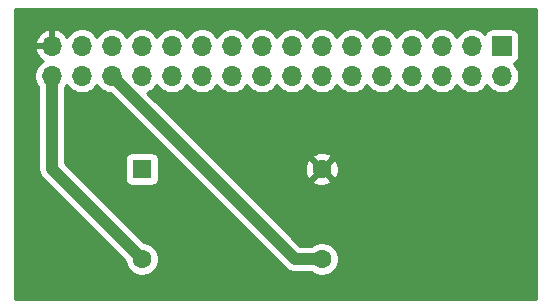
<source format=gbr>
%TF.GenerationSoftware,KiCad,Pcbnew,(5.1.6)-1*%
%TF.CreationDate,2021-02-24T14:20:05-05:00*%
%TF.ProjectId,Super EGA-120,53757065-7220-4454-9741-2d3132302e6b,rev?*%
%TF.SameCoordinates,Original*%
%TF.FileFunction,Copper,L1,Top*%
%TF.FilePolarity,Positive*%
%FSLAX46Y46*%
G04 Gerber Fmt 4.6, Leading zero omitted, Abs format (unit mm)*
G04 Created by KiCad (PCBNEW (5.1.6)-1) date 2021-02-24 14:20:05*
%MOMM*%
%LPD*%
G01*
G04 APERTURE LIST*
%TA.AperFunction,ComponentPad*%
%ADD10O,1.700000X1.700000*%
%TD*%
%TA.AperFunction,ComponentPad*%
%ADD11R,1.700000X1.700000*%
%TD*%
%TA.AperFunction,ComponentPad*%
%ADD12R,1.600000X1.600000*%
%TD*%
%TA.AperFunction,ComponentPad*%
%ADD13C,1.600000*%
%TD*%
%TA.AperFunction,Conductor*%
%ADD14C,1.000000*%
%TD*%
%TA.AperFunction,Conductor*%
%ADD15C,0.254000*%
%TD*%
G04 APERTURE END LIST*
D10*
%TO.P,J1,2*%
%TO.N,Net-(J1-Pad2)*%
X165862000Y-89662000D03*
D11*
%TO.P,J1,1*%
%TO.N,Net-(J1-Pad1)*%
X165862000Y-87122000D03*
D10*
%TO.P,J1,4*%
%TO.N,Net-(J1-Pad4)*%
X163322000Y-89662000D03*
%TO.P,J1,3*%
%TO.N,Net-(J1-Pad3)*%
X163322000Y-87122000D03*
%TO.P,J1,6*%
%TO.N,Net-(J1-Pad6)*%
X160782000Y-89662000D03*
%TO.P,J1,5*%
%TO.N,Net-(J1-Pad5)*%
X160782000Y-87122000D03*
%TO.P,J1,8*%
%TO.N,Net-(J1-Pad8)*%
X158242000Y-89662000D03*
%TO.P,J1,7*%
%TO.N,Net-(J1-Pad7)*%
X158242000Y-87122000D03*
%TO.P,J1,10*%
%TO.N,Net-(J1-Pad10)*%
X155702000Y-89662000D03*
%TO.P,J1,9*%
%TO.N,Net-(J1-Pad9)*%
X155702000Y-87122000D03*
%TO.P,J1,12*%
%TO.N,Net-(J1-Pad12)*%
X153162000Y-89662000D03*
%TO.P,J1,11*%
%TO.N,Net-(J1-Pad11)*%
X153162000Y-87122000D03*
%TO.P,J1,14*%
%TO.N,Net-(J1-Pad14)*%
X150622000Y-89662000D03*
%TO.P,J1,13*%
%TO.N,Net-(J1-Pad13)*%
X150622000Y-87122000D03*
%TO.P,J1,16*%
%TO.N,Net-(J1-Pad16)*%
X148082000Y-89662000D03*
%TO.P,J1,15*%
%TO.N,Net-(J1-Pad15)*%
X148082000Y-87122000D03*
%TO.P,J1,18*%
%TO.N,Net-(J1-Pad18)*%
X145542000Y-89662000D03*
%TO.P,J1,17*%
%TO.N,Net-(J1-Pad17)*%
X145542000Y-87122000D03*
%TO.P,J1,20*%
%TO.N,Net-(J1-Pad20)*%
X143002000Y-89662000D03*
%TO.P,J1,19*%
%TO.N,Net-(J1-Pad19)*%
X143002000Y-87122000D03*
%TO.P,J1,22*%
%TO.N,Net-(J1-Pad22)*%
X140462000Y-89662000D03*
%TO.P,J1,21*%
%TO.N,Net-(J1-Pad21)*%
X140462000Y-87122000D03*
%TO.P,J1,24*%
%TO.N,Net-(J1-Pad24)*%
X137922000Y-89662000D03*
%TO.P,J1,23*%
%TO.N,Net-(J1-Pad23)*%
X137922000Y-87122000D03*
%TO.P,J1,26*%
%TO.N,Net-(J1-Pad26)*%
X135382000Y-89662000D03*
%TO.P,J1,25*%
%TO.N,Net-(J1-Pad25)*%
X135382000Y-87122000D03*
%TO.P,J1,28*%
%TO.N,Net-(J1-Pad28)*%
X132842000Y-89662000D03*
%TO.P,J1,27*%
%TO.N,Net-(J1-Pad27)*%
X132842000Y-87122000D03*
%TO.P,J1,30*%
%TO.N,Net-(J1-Pad30)*%
X130302000Y-89662000D03*
%TO.P,J1,29*%
%TO.N,Net-(J1-Pad29)*%
X130302000Y-87122000D03*
%TO.P,J1,32*%
%TO.N,Net-(J1-Pad32)*%
X127762000Y-89662000D03*
%TO.P,J1,31*%
%TO.N,Net-(J1-Pad31)*%
X127762000Y-87122000D03*
%TD*%
D12*
%TO.P,X1,1*%
%TO.N,Net-(X1-Pad1)*%
X135382000Y-97536000D03*
D13*
%TO.P,X1,14*%
%TO.N,Net-(J1-Pad32)*%
X135382000Y-105156000D03*
%TO.P,X1,8*%
%TO.N,Net-(J1-Pad28)*%
X150622000Y-105156000D03*
%TO.P,X1,7*%
%TO.N,Net-(J1-Pad31)*%
X150622000Y-97536000D03*
%TD*%
D14*
%TO.N,Net-(J1-Pad28)*%
X148336000Y-105156000D02*
X132842000Y-89662000D01*
X150622000Y-105156000D02*
X148336000Y-105156000D01*
%TO.N,Net-(J1-Pad32)*%
X127762000Y-97536000D02*
X127762000Y-89662000D01*
X135382000Y-105156000D02*
X127762000Y-97536000D01*
%TD*%
D15*
%TO.N,Net-(J1-Pad31)*%
G36*
X168758001Y-108560000D02*
G01*
X124612000Y-108560000D01*
X124612000Y-89515740D01*
X126277000Y-89515740D01*
X126277000Y-89808260D01*
X126334068Y-90095158D01*
X126446010Y-90365411D01*
X126608525Y-90608632D01*
X126627001Y-90627108D01*
X126627000Y-97480248D01*
X126621509Y-97536000D01*
X126627000Y-97591751D01*
X126643423Y-97758498D01*
X126708324Y-97972446D01*
X126813716Y-98169623D01*
X126955551Y-98342449D01*
X126998865Y-98377996D01*
X133954150Y-105333282D01*
X134002147Y-105574574D01*
X134110320Y-105835727D01*
X134267363Y-106070759D01*
X134467241Y-106270637D01*
X134702273Y-106427680D01*
X134963426Y-106535853D01*
X135240665Y-106591000D01*
X135523335Y-106591000D01*
X135800574Y-106535853D01*
X136061727Y-106427680D01*
X136296759Y-106270637D01*
X136496637Y-106070759D01*
X136653680Y-105835727D01*
X136761853Y-105574574D01*
X136817000Y-105297335D01*
X136817000Y-105014665D01*
X136761853Y-104737426D01*
X136653680Y-104476273D01*
X136496637Y-104241241D01*
X136296759Y-104041363D01*
X136061727Y-103884320D01*
X135800574Y-103776147D01*
X135559282Y-103728150D01*
X128897000Y-97065869D01*
X128897000Y-96736000D01*
X133943928Y-96736000D01*
X133943928Y-98336000D01*
X133956188Y-98460482D01*
X133992498Y-98580180D01*
X134051463Y-98690494D01*
X134130815Y-98787185D01*
X134227506Y-98866537D01*
X134337820Y-98925502D01*
X134457518Y-98961812D01*
X134582000Y-98974072D01*
X136182000Y-98974072D01*
X136306482Y-98961812D01*
X136426180Y-98925502D01*
X136536494Y-98866537D01*
X136633185Y-98787185D01*
X136712537Y-98690494D01*
X136771502Y-98580180D01*
X136807812Y-98460482D01*
X136820072Y-98336000D01*
X136820072Y-96736000D01*
X136807812Y-96611518D01*
X136771502Y-96491820D01*
X136712537Y-96381506D01*
X136633185Y-96284815D01*
X136536494Y-96205463D01*
X136426180Y-96146498D01*
X136306482Y-96110188D01*
X136182000Y-96097928D01*
X134582000Y-96097928D01*
X134457518Y-96110188D01*
X134337820Y-96146498D01*
X134227506Y-96205463D01*
X134130815Y-96284815D01*
X134051463Y-96381506D01*
X133992498Y-96491820D01*
X133956188Y-96611518D01*
X133943928Y-96736000D01*
X128897000Y-96736000D01*
X128897000Y-90627107D01*
X128915475Y-90608632D01*
X129032000Y-90434240D01*
X129148525Y-90608632D01*
X129355368Y-90815475D01*
X129598589Y-90977990D01*
X129868842Y-91089932D01*
X130155740Y-91147000D01*
X130448260Y-91147000D01*
X130735158Y-91089932D01*
X131005411Y-90977990D01*
X131248632Y-90815475D01*
X131455475Y-90608632D01*
X131572000Y-90434240D01*
X131688525Y-90608632D01*
X131895368Y-90815475D01*
X132138589Y-90977990D01*
X132408842Y-91089932D01*
X132695740Y-91147000D01*
X132721869Y-91147000D01*
X147494009Y-105919141D01*
X147529551Y-105962449D01*
X147702377Y-106104284D01*
X147899551Y-106209675D01*
X147899553Y-106209676D01*
X148113501Y-106274577D01*
X148336000Y-106296491D01*
X148391751Y-106291000D01*
X149737716Y-106291000D01*
X149942273Y-106427680D01*
X150203426Y-106535853D01*
X150480665Y-106591000D01*
X150763335Y-106591000D01*
X151040574Y-106535853D01*
X151301727Y-106427680D01*
X151536759Y-106270637D01*
X151736637Y-106070759D01*
X151893680Y-105835727D01*
X152001853Y-105574574D01*
X152057000Y-105297335D01*
X152057000Y-105014665D01*
X152001853Y-104737426D01*
X151893680Y-104476273D01*
X151736637Y-104241241D01*
X151536759Y-104041363D01*
X151301727Y-103884320D01*
X151040574Y-103776147D01*
X150763335Y-103721000D01*
X150480665Y-103721000D01*
X150203426Y-103776147D01*
X149942273Y-103884320D01*
X149737716Y-104021000D01*
X148806132Y-104021000D01*
X143313834Y-98528702D01*
X149808903Y-98528702D01*
X149880486Y-98772671D01*
X150135996Y-98893571D01*
X150410184Y-98962300D01*
X150692512Y-98976217D01*
X150972130Y-98934787D01*
X151238292Y-98839603D01*
X151363514Y-98772671D01*
X151435097Y-98528702D01*
X150622000Y-97715605D01*
X149808903Y-98528702D01*
X143313834Y-98528702D01*
X142391644Y-97606512D01*
X149181783Y-97606512D01*
X149223213Y-97886130D01*
X149318397Y-98152292D01*
X149385329Y-98277514D01*
X149629298Y-98349097D01*
X150442395Y-97536000D01*
X150801605Y-97536000D01*
X151614702Y-98349097D01*
X151858671Y-98277514D01*
X151979571Y-98022004D01*
X152048300Y-97747816D01*
X152062217Y-97465488D01*
X152020787Y-97185870D01*
X151925603Y-96919708D01*
X151858671Y-96794486D01*
X151614702Y-96722903D01*
X150801605Y-97536000D01*
X150442395Y-97536000D01*
X149629298Y-96722903D01*
X149385329Y-96794486D01*
X149264429Y-97049996D01*
X149195700Y-97324184D01*
X149181783Y-97606512D01*
X142391644Y-97606512D01*
X141328430Y-96543298D01*
X149808903Y-96543298D01*
X150622000Y-97356395D01*
X151435097Y-96543298D01*
X151363514Y-96299329D01*
X151108004Y-96178429D01*
X150833816Y-96109700D01*
X150551488Y-96095783D01*
X150271870Y-96137213D01*
X150005708Y-96232397D01*
X149880486Y-96299329D01*
X149808903Y-96543298D01*
X141328430Y-96543298D01*
X135857517Y-91072386D01*
X136085411Y-90977990D01*
X136328632Y-90815475D01*
X136535475Y-90608632D01*
X136652000Y-90434240D01*
X136768525Y-90608632D01*
X136975368Y-90815475D01*
X137218589Y-90977990D01*
X137488842Y-91089932D01*
X137775740Y-91147000D01*
X138068260Y-91147000D01*
X138355158Y-91089932D01*
X138625411Y-90977990D01*
X138868632Y-90815475D01*
X139075475Y-90608632D01*
X139192000Y-90434240D01*
X139308525Y-90608632D01*
X139515368Y-90815475D01*
X139758589Y-90977990D01*
X140028842Y-91089932D01*
X140315740Y-91147000D01*
X140608260Y-91147000D01*
X140895158Y-91089932D01*
X141165411Y-90977990D01*
X141408632Y-90815475D01*
X141615475Y-90608632D01*
X141732000Y-90434240D01*
X141848525Y-90608632D01*
X142055368Y-90815475D01*
X142298589Y-90977990D01*
X142568842Y-91089932D01*
X142855740Y-91147000D01*
X143148260Y-91147000D01*
X143435158Y-91089932D01*
X143705411Y-90977990D01*
X143948632Y-90815475D01*
X144155475Y-90608632D01*
X144272000Y-90434240D01*
X144388525Y-90608632D01*
X144595368Y-90815475D01*
X144838589Y-90977990D01*
X145108842Y-91089932D01*
X145395740Y-91147000D01*
X145688260Y-91147000D01*
X145975158Y-91089932D01*
X146245411Y-90977990D01*
X146488632Y-90815475D01*
X146695475Y-90608632D01*
X146812000Y-90434240D01*
X146928525Y-90608632D01*
X147135368Y-90815475D01*
X147378589Y-90977990D01*
X147648842Y-91089932D01*
X147935740Y-91147000D01*
X148228260Y-91147000D01*
X148515158Y-91089932D01*
X148785411Y-90977990D01*
X149028632Y-90815475D01*
X149235475Y-90608632D01*
X149352000Y-90434240D01*
X149468525Y-90608632D01*
X149675368Y-90815475D01*
X149918589Y-90977990D01*
X150188842Y-91089932D01*
X150475740Y-91147000D01*
X150768260Y-91147000D01*
X151055158Y-91089932D01*
X151325411Y-90977990D01*
X151568632Y-90815475D01*
X151775475Y-90608632D01*
X151892000Y-90434240D01*
X152008525Y-90608632D01*
X152215368Y-90815475D01*
X152458589Y-90977990D01*
X152728842Y-91089932D01*
X153015740Y-91147000D01*
X153308260Y-91147000D01*
X153595158Y-91089932D01*
X153865411Y-90977990D01*
X154108632Y-90815475D01*
X154315475Y-90608632D01*
X154432000Y-90434240D01*
X154548525Y-90608632D01*
X154755368Y-90815475D01*
X154998589Y-90977990D01*
X155268842Y-91089932D01*
X155555740Y-91147000D01*
X155848260Y-91147000D01*
X156135158Y-91089932D01*
X156405411Y-90977990D01*
X156648632Y-90815475D01*
X156855475Y-90608632D01*
X156972000Y-90434240D01*
X157088525Y-90608632D01*
X157295368Y-90815475D01*
X157538589Y-90977990D01*
X157808842Y-91089932D01*
X158095740Y-91147000D01*
X158388260Y-91147000D01*
X158675158Y-91089932D01*
X158945411Y-90977990D01*
X159188632Y-90815475D01*
X159395475Y-90608632D01*
X159512000Y-90434240D01*
X159628525Y-90608632D01*
X159835368Y-90815475D01*
X160078589Y-90977990D01*
X160348842Y-91089932D01*
X160635740Y-91147000D01*
X160928260Y-91147000D01*
X161215158Y-91089932D01*
X161485411Y-90977990D01*
X161728632Y-90815475D01*
X161935475Y-90608632D01*
X162052000Y-90434240D01*
X162168525Y-90608632D01*
X162375368Y-90815475D01*
X162618589Y-90977990D01*
X162888842Y-91089932D01*
X163175740Y-91147000D01*
X163468260Y-91147000D01*
X163755158Y-91089932D01*
X164025411Y-90977990D01*
X164268632Y-90815475D01*
X164475475Y-90608632D01*
X164592000Y-90434240D01*
X164708525Y-90608632D01*
X164915368Y-90815475D01*
X165158589Y-90977990D01*
X165428842Y-91089932D01*
X165715740Y-91147000D01*
X166008260Y-91147000D01*
X166295158Y-91089932D01*
X166565411Y-90977990D01*
X166808632Y-90815475D01*
X167015475Y-90608632D01*
X167177990Y-90365411D01*
X167289932Y-90095158D01*
X167347000Y-89808260D01*
X167347000Y-89515740D01*
X167289932Y-89228842D01*
X167177990Y-88958589D01*
X167015475Y-88715368D01*
X166883620Y-88583513D01*
X166956180Y-88561502D01*
X167066494Y-88502537D01*
X167163185Y-88423185D01*
X167242537Y-88326494D01*
X167301502Y-88216180D01*
X167337812Y-88096482D01*
X167350072Y-87972000D01*
X167350072Y-86272000D01*
X167337812Y-86147518D01*
X167301502Y-86027820D01*
X167242537Y-85917506D01*
X167163185Y-85820815D01*
X167066494Y-85741463D01*
X166956180Y-85682498D01*
X166836482Y-85646188D01*
X166712000Y-85633928D01*
X165012000Y-85633928D01*
X164887518Y-85646188D01*
X164767820Y-85682498D01*
X164657506Y-85741463D01*
X164560815Y-85820815D01*
X164481463Y-85917506D01*
X164422498Y-86027820D01*
X164400487Y-86100380D01*
X164268632Y-85968525D01*
X164025411Y-85806010D01*
X163755158Y-85694068D01*
X163468260Y-85637000D01*
X163175740Y-85637000D01*
X162888842Y-85694068D01*
X162618589Y-85806010D01*
X162375368Y-85968525D01*
X162168525Y-86175368D01*
X162052000Y-86349760D01*
X161935475Y-86175368D01*
X161728632Y-85968525D01*
X161485411Y-85806010D01*
X161215158Y-85694068D01*
X160928260Y-85637000D01*
X160635740Y-85637000D01*
X160348842Y-85694068D01*
X160078589Y-85806010D01*
X159835368Y-85968525D01*
X159628525Y-86175368D01*
X159512000Y-86349760D01*
X159395475Y-86175368D01*
X159188632Y-85968525D01*
X158945411Y-85806010D01*
X158675158Y-85694068D01*
X158388260Y-85637000D01*
X158095740Y-85637000D01*
X157808842Y-85694068D01*
X157538589Y-85806010D01*
X157295368Y-85968525D01*
X157088525Y-86175368D01*
X156972000Y-86349760D01*
X156855475Y-86175368D01*
X156648632Y-85968525D01*
X156405411Y-85806010D01*
X156135158Y-85694068D01*
X155848260Y-85637000D01*
X155555740Y-85637000D01*
X155268842Y-85694068D01*
X154998589Y-85806010D01*
X154755368Y-85968525D01*
X154548525Y-86175368D01*
X154432000Y-86349760D01*
X154315475Y-86175368D01*
X154108632Y-85968525D01*
X153865411Y-85806010D01*
X153595158Y-85694068D01*
X153308260Y-85637000D01*
X153015740Y-85637000D01*
X152728842Y-85694068D01*
X152458589Y-85806010D01*
X152215368Y-85968525D01*
X152008525Y-86175368D01*
X151892000Y-86349760D01*
X151775475Y-86175368D01*
X151568632Y-85968525D01*
X151325411Y-85806010D01*
X151055158Y-85694068D01*
X150768260Y-85637000D01*
X150475740Y-85637000D01*
X150188842Y-85694068D01*
X149918589Y-85806010D01*
X149675368Y-85968525D01*
X149468525Y-86175368D01*
X149352000Y-86349760D01*
X149235475Y-86175368D01*
X149028632Y-85968525D01*
X148785411Y-85806010D01*
X148515158Y-85694068D01*
X148228260Y-85637000D01*
X147935740Y-85637000D01*
X147648842Y-85694068D01*
X147378589Y-85806010D01*
X147135368Y-85968525D01*
X146928525Y-86175368D01*
X146812000Y-86349760D01*
X146695475Y-86175368D01*
X146488632Y-85968525D01*
X146245411Y-85806010D01*
X145975158Y-85694068D01*
X145688260Y-85637000D01*
X145395740Y-85637000D01*
X145108842Y-85694068D01*
X144838589Y-85806010D01*
X144595368Y-85968525D01*
X144388525Y-86175368D01*
X144272000Y-86349760D01*
X144155475Y-86175368D01*
X143948632Y-85968525D01*
X143705411Y-85806010D01*
X143435158Y-85694068D01*
X143148260Y-85637000D01*
X142855740Y-85637000D01*
X142568842Y-85694068D01*
X142298589Y-85806010D01*
X142055368Y-85968525D01*
X141848525Y-86175368D01*
X141732000Y-86349760D01*
X141615475Y-86175368D01*
X141408632Y-85968525D01*
X141165411Y-85806010D01*
X140895158Y-85694068D01*
X140608260Y-85637000D01*
X140315740Y-85637000D01*
X140028842Y-85694068D01*
X139758589Y-85806010D01*
X139515368Y-85968525D01*
X139308525Y-86175368D01*
X139192000Y-86349760D01*
X139075475Y-86175368D01*
X138868632Y-85968525D01*
X138625411Y-85806010D01*
X138355158Y-85694068D01*
X138068260Y-85637000D01*
X137775740Y-85637000D01*
X137488842Y-85694068D01*
X137218589Y-85806010D01*
X136975368Y-85968525D01*
X136768525Y-86175368D01*
X136652000Y-86349760D01*
X136535475Y-86175368D01*
X136328632Y-85968525D01*
X136085411Y-85806010D01*
X135815158Y-85694068D01*
X135528260Y-85637000D01*
X135235740Y-85637000D01*
X134948842Y-85694068D01*
X134678589Y-85806010D01*
X134435368Y-85968525D01*
X134228525Y-86175368D01*
X134112000Y-86349760D01*
X133995475Y-86175368D01*
X133788632Y-85968525D01*
X133545411Y-85806010D01*
X133275158Y-85694068D01*
X132988260Y-85637000D01*
X132695740Y-85637000D01*
X132408842Y-85694068D01*
X132138589Y-85806010D01*
X131895368Y-85968525D01*
X131688525Y-86175368D01*
X131572000Y-86349760D01*
X131455475Y-86175368D01*
X131248632Y-85968525D01*
X131005411Y-85806010D01*
X130735158Y-85694068D01*
X130448260Y-85637000D01*
X130155740Y-85637000D01*
X129868842Y-85694068D01*
X129598589Y-85806010D01*
X129355368Y-85968525D01*
X129148525Y-86175368D01*
X129026805Y-86357534D01*
X128957178Y-86240645D01*
X128762269Y-86024412D01*
X128528920Y-85850359D01*
X128266099Y-85725175D01*
X128118890Y-85680524D01*
X127889000Y-85801845D01*
X127889000Y-86995000D01*
X127909000Y-86995000D01*
X127909000Y-87249000D01*
X127889000Y-87249000D01*
X127889000Y-87269000D01*
X127635000Y-87269000D01*
X127635000Y-87249000D01*
X126441186Y-87249000D01*
X126320519Y-87478891D01*
X126417843Y-87753252D01*
X126566822Y-88003355D01*
X126761731Y-88219588D01*
X126991406Y-88390900D01*
X126815368Y-88508525D01*
X126608525Y-88715368D01*
X126446010Y-88958589D01*
X126334068Y-89228842D01*
X126277000Y-89515740D01*
X124612000Y-89515740D01*
X124612000Y-86765109D01*
X126320519Y-86765109D01*
X126441186Y-86995000D01*
X127635000Y-86995000D01*
X127635000Y-85801845D01*
X127405110Y-85680524D01*
X127257901Y-85725175D01*
X126995080Y-85850359D01*
X126761731Y-86024412D01*
X126566822Y-86240645D01*
X126417843Y-86490748D01*
X126320519Y-86765109D01*
X124612000Y-86765109D01*
X124612000Y-83972000D01*
X168758000Y-83972000D01*
X168758001Y-108560000D01*
G37*
X168758001Y-108560000D02*
X124612000Y-108560000D01*
X124612000Y-89515740D01*
X126277000Y-89515740D01*
X126277000Y-89808260D01*
X126334068Y-90095158D01*
X126446010Y-90365411D01*
X126608525Y-90608632D01*
X126627001Y-90627108D01*
X126627000Y-97480248D01*
X126621509Y-97536000D01*
X126627000Y-97591751D01*
X126643423Y-97758498D01*
X126708324Y-97972446D01*
X126813716Y-98169623D01*
X126955551Y-98342449D01*
X126998865Y-98377996D01*
X133954150Y-105333282D01*
X134002147Y-105574574D01*
X134110320Y-105835727D01*
X134267363Y-106070759D01*
X134467241Y-106270637D01*
X134702273Y-106427680D01*
X134963426Y-106535853D01*
X135240665Y-106591000D01*
X135523335Y-106591000D01*
X135800574Y-106535853D01*
X136061727Y-106427680D01*
X136296759Y-106270637D01*
X136496637Y-106070759D01*
X136653680Y-105835727D01*
X136761853Y-105574574D01*
X136817000Y-105297335D01*
X136817000Y-105014665D01*
X136761853Y-104737426D01*
X136653680Y-104476273D01*
X136496637Y-104241241D01*
X136296759Y-104041363D01*
X136061727Y-103884320D01*
X135800574Y-103776147D01*
X135559282Y-103728150D01*
X128897000Y-97065869D01*
X128897000Y-96736000D01*
X133943928Y-96736000D01*
X133943928Y-98336000D01*
X133956188Y-98460482D01*
X133992498Y-98580180D01*
X134051463Y-98690494D01*
X134130815Y-98787185D01*
X134227506Y-98866537D01*
X134337820Y-98925502D01*
X134457518Y-98961812D01*
X134582000Y-98974072D01*
X136182000Y-98974072D01*
X136306482Y-98961812D01*
X136426180Y-98925502D01*
X136536494Y-98866537D01*
X136633185Y-98787185D01*
X136712537Y-98690494D01*
X136771502Y-98580180D01*
X136807812Y-98460482D01*
X136820072Y-98336000D01*
X136820072Y-96736000D01*
X136807812Y-96611518D01*
X136771502Y-96491820D01*
X136712537Y-96381506D01*
X136633185Y-96284815D01*
X136536494Y-96205463D01*
X136426180Y-96146498D01*
X136306482Y-96110188D01*
X136182000Y-96097928D01*
X134582000Y-96097928D01*
X134457518Y-96110188D01*
X134337820Y-96146498D01*
X134227506Y-96205463D01*
X134130815Y-96284815D01*
X134051463Y-96381506D01*
X133992498Y-96491820D01*
X133956188Y-96611518D01*
X133943928Y-96736000D01*
X128897000Y-96736000D01*
X128897000Y-90627107D01*
X128915475Y-90608632D01*
X129032000Y-90434240D01*
X129148525Y-90608632D01*
X129355368Y-90815475D01*
X129598589Y-90977990D01*
X129868842Y-91089932D01*
X130155740Y-91147000D01*
X130448260Y-91147000D01*
X130735158Y-91089932D01*
X131005411Y-90977990D01*
X131248632Y-90815475D01*
X131455475Y-90608632D01*
X131572000Y-90434240D01*
X131688525Y-90608632D01*
X131895368Y-90815475D01*
X132138589Y-90977990D01*
X132408842Y-91089932D01*
X132695740Y-91147000D01*
X132721869Y-91147000D01*
X147494009Y-105919141D01*
X147529551Y-105962449D01*
X147702377Y-106104284D01*
X147899551Y-106209675D01*
X147899553Y-106209676D01*
X148113501Y-106274577D01*
X148336000Y-106296491D01*
X148391751Y-106291000D01*
X149737716Y-106291000D01*
X149942273Y-106427680D01*
X150203426Y-106535853D01*
X150480665Y-106591000D01*
X150763335Y-106591000D01*
X151040574Y-106535853D01*
X151301727Y-106427680D01*
X151536759Y-106270637D01*
X151736637Y-106070759D01*
X151893680Y-105835727D01*
X152001853Y-105574574D01*
X152057000Y-105297335D01*
X152057000Y-105014665D01*
X152001853Y-104737426D01*
X151893680Y-104476273D01*
X151736637Y-104241241D01*
X151536759Y-104041363D01*
X151301727Y-103884320D01*
X151040574Y-103776147D01*
X150763335Y-103721000D01*
X150480665Y-103721000D01*
X150203426Y-103776147D01*
X149942273Y-103884320D01*
X149737716Y-104021000D01*
X148806132Y-104021000D01*
X143313834Y-98528702D01*
X149808903Y-98528702D01*
X149880486Y-98772671D01*
X150135996Y-98893571D01*
X150410184Y-98962300D01*
X150692512Y-98976217D01*
X150972130Y-98934787D01*
X151238292Y-98839603D01*
X151363514Y-98772671D01*
X151435097Y-98528702D01*
X150622000Y-97715605D01*
X149808903Y-98528702D01*
X143313834Y-98528702D01*
X142391644Y-97606512D01*
X149181783Y-97606512D01*
X149223213Y-97886130D01*
X149318397Y-98152292D01*
X149385329Y-98277514D01*
X149629298Y-98349097D01*
X150442395Y-97536000D01*
X150801605Y-97536000D01*
X151614702Y-98349097D01*
X151858671Y-98277514D01*
X151979571Y-98022004D01*
X152048300Y-97747816D01*
X152062217Y-97465488D01*
X152020787Y-97185870D01*
X151925603Y-96919708D01*
X151858671Y-96794486D01*
X151614702Y-96722903D01*
X150801605Y-97536000D01*
X150442395Y-97536000D01*
X149629298Y-96722903D01*
X149385329Y-96794486D01*
X149264429Y-97049996D01*
X149195700Y-97324184D01*
X149181783Y-97606512D01*
X142391644Y-97606512D01*
X141328430Y-96543298D01*
X149808903Y-96543298D01*
X150622000Y-97356395D01*
X151435097Y-96543298D01*
X151363514Y-96299329D01*
X151108004Y-96178429D01*
X150833816Y-96109700D01*
X150551488Y-96095783D01*
X150271870Y-96137213D01*
X150005708Y-96232397D01*
X149880486Y-96299329D01*
X149808903Y-96543298D01*
X141328430Y-96543298D01*
X135857517Y-91072386D01*
X136085411Y-90977990D01*
X136328632Y-90815475D01*
X136535475Y-90608632D01*
X136652000Y-90434240D01*
X136768525Y-90608632D01*
X136975368Y-90815475D01*
X137218589Y-90977990D01*
X137488842Y-91089932D01*
X137775740Y-91147000D01*
X138068260Y-91147000D01*
X138355158Y-91089932D01*
X138625411Y-90977990D01*
X138868632Y-90815475D01*
X139075475Y-90608632D01*
X139192000Y-90434240D01*
X139308525Y-90608632D01*
X139515368Y-90815475D01*
X139758589Y-90977990D01*
X140028842Y-91089932D01*
X140315740Y-91147000D01*
X140608260Y-91147000D01*
X140895158Y-91089932D01*
X141165411Y-90977990D01*
X141408632Y-90815475D01*
X141615475Y-90608632D01*
X141732000Y-90434240D01*
X141848525Y-90608632D01*
X142055368Y-90815475D01*
X142298589Y-90977990D01*
X142568842Y-91089932D01*
X142855740Y-91147000D01*
X143148260Y-91147000D01*
X143435158Y-91089932D01*
X143705411Y-90977990D01*
X143948632Y-90815475D01*
X144155475Y-90608632D01*
X144272000Y-90434240D01*
X144388525Y-90608632D01*
X144595368Y-90815475D01*
X144838589Y-90977990D01*
X145108842Y-91089932D01*
X145395740Y-91147000D01*
X145688260Y-91147000D01*
X145975158Y-91089932D01*
X146245411Y-90977990D01*
X146488632Y-90815475D01*
X146695475Y-90608632D01*
X146812000Y-90434240D01*
X146928525Y-90608632D01*
X147135368Y-90815475D01*
X147378589Y-90977990D01*
X147648842Y-91089932D01*
X147935740Y-91147000D01*
X148228260Y-91147000D01*
X148515158Y-91089932D01*
X148785411Y-90977990D01*
X149028632Y-90815475D01*
X149235475Y-90608632D01*
X149352000Y-90434240D01*
X149468525Y-90608632D01*
X149675368Y-90815475D01*
X149918589Y-90977990D01*
X150188842Y-91089932D01*
X150475740Y-91147000D01*
X150768260Y-91147000D01*
X151055158Y-91089932D01*
X151325411Y-90977990D01*
X151568632Y-90815475D01*
X151775475Y-90608632D01*
X151892000Y-90434240D01*
X152008525Y-90608632D01*
X152215368Y-90815475D01*
X152458589Y-90977990D01*
X152728842Y-91089932D01*
X153015740Y-91147000D01*
X153308260Y-91147000D01*
X153595158Y-91089932D01*
X153865411Y-90977990D01*
X154108632Y-90815475D01*
X154315475Y-90608632D01*
X154432000Y-90434240D01*
X154548525Y-90608632D01*
X154755368Y-90815475D01*
X154998589Y-90977990D01*
X155268842Y-91089932D01*
X155555740Y-91147000D01*
X155848260Y-91147000D01*
X156135158Y-91089932D01*
X156405411Y-90977990D01*
X156648632Y-90815475D01*
X156855475Y-90608632D01*
X156972000Y-90434240D01*
X157088525Y-90608632D01*
X157295368Y-90815475D01*
X157538589Y-90977990D01*
X157808842Y-91089932D01*
X158095740Y-91147000D01*
X158388260Y-91147000D01*
X158675158Y-91089932D01*
X158945411Y-90977990D01*
X159188632Y-90815475D01*
X159395475Y-90608632D01*
X159512000Y-90434240D01*
X159628525Y-90608632D01*
X159835368Y-90815475D01*
X160078589Y-90977990D01*
X160348842Y-91089932D01*
X160635740Y-91147000D01*
X160928260Y-91147000D01*
X161215158Y-91089932D01*
X161485411Y-90977990D01*
X161728632Y-90815475D01*
X161935475Y-90608632D01*
X162052000Y-90434240D01*
X162168525Y-90608632D01*
X162375368Y-90815475D01*
X162618589Y-90977990D01*
X162888842Y-91089932D01*
X163175740Y-91147000D01*
X163468260Y-91147000D01*
X163755158Y-91089932D01*
X164025411Y-90977990D01*
X164268632Y-90815475D01*
X164475475Y-90608632D01*
X164592000Y-90434240D01*
X164708525Y-90608632D01*
X164915368Y-90815475D01*
X165158589Y-90977990D01*
X165428842Y-91089932D01*
X165715740Y-91147000D01*
X166008260Y-91147000D01*
X166295158Y-91089932D01*
X166565411Y-90977990D01*
X166808632Y-90815475D01*
X167015475Y-90608632D01*
X167177990Y-90365411D01*
X167289932Y-90095158D01*
X167347000Y-89808260D01*
X167347000Y-89515740D01*
X167289932Y-89228842D01*
X167177990Y-88958589D01*
X167015475Y-88715368D01*
X166883620Y-88583513D01*
X166956180Y-88561502D01*
X167066494Y-88502537D01*
X167163185Y-88423185D01*
X167242537Y-88326494D01*
X167301502Y-88216180D01*
X167337812Y-88096482D01*
X167350072Y-87972000D01*
X167350072Y-86272000D01*
X167337812Y-86147518D01*
X167301502Y-86027820D01*
X167242537Y-85917506D01*
X167163185Y-85820815D01*
X167066494Y-85741463D01*
X166956180Y-85682498D01*
X166836482Y-85646188D01*
X166712000Y-85633928D01*
X165012000Y-85633928D01*
X164887518Y-85646188D01*
X164767820Y-85682498D01*
X164657506Y-85741463D01*
X164560815Y-85820815D01*
X164481463Y-85917506D01*
X164422498Y-86027820D01*
X164400487Y-86100380D01*
X164268632Y-85968525D01*
X164025411Y-85806010D01*
X163755158Y-85694068D01*
X163468260Y-85637000D01*
X163175740Y-85637000D01*
X162888842Y-85694068D01*
X162618589Y-85806010D01*
X162375368Y-85968525D01*
X162168525Y-86175368D01*
X162052000Y-86349760D01*
X161935475Y-86175368D01*
X161728632Y-85968525D01*
X161485411Y-85806010D01*
X161215158Y-85694068D01*
X160928260Y-85637000D01*
X160635740Y-85637000D01*
X160348842Y-85694068D01*
X160078589Y-85806010D01*
X159835368Y-85968525D01*
X159628525Y-86175368D01*
X159512000Y-86349760D01*
X159395475Y-86175368D01*
X159188632Y-85968525D01*
X158945411Y-85806010D01*
X158675158Y-85694068D01*
X158388260Y-85637000D01*
X158095740Y-85637000D01*
X157808842Y-85694068D01*
X157538589Y-85806010D01*
X157295368Y-85968525D01*
X157088525Y-86175368D01*
X156972000Y-86349760D01*
X156855475Y-86175368D01*
X156648632Y-85968525D01*
X156405411Y-85806010D01*
X156135158Y-85694068D01*
X155848260Y-85637000D01*
X155555740Y-85637000D01*
X155268842Y-85694068D01*
X154998589Y-85806010D01*
X154755368Y-85968525D01*
X154548525Y-86175368D01*
X154432000Y-86349760D01*
X154315475Y-86175368D01*
X154108632Y-85968525D01*
X153865411Y-85806010D01*
X153595158Y-85694068D01*
X153308260Y-85637000D01*
X153015740Y-85637000D01*
X152728842Y-85694068D01*
X152458589Y-85806010D01*
X152215368Y-85968525D01*
X152008525Y-86175368D01*
X151892000Y-86349760D01*
X151775475Y-86175368D01*
X151568632Y-85968525D01*
X151325411Y-85806010D01*
X151055158Y-85694068D01*
X150768260Y-85637000D01*
X150475740Y-85637000D01*
X150188842Y-85694068D01*
X149918589Y-85806010D01*
X149675368Y-85968525D01*
X149468525Y-86175368D01*
X149352000Y-86349760D01*
X149235475Y-86175368D01*
X149028632Y-85968525D01*
X148785411Y-85806010D01*
X148515158Y-85694068D01*
X148228260Y-85637000D01*
X147935740Y-85637000D01*
X147648842Y-85694068D01*
X147378589Y-85806010D01*
X147135368Y-85968525D01*
X146928525Y-86175368D01*
X146812000Y-86349760D01*
X146695475Y-86175368D01*
X146488632Y-85968525D01*
X146245411Y-85806010D01*
X145975158Y-85694068D01*
X145688260Y-85637000D01*
X145395740Y-85637000D01*
X145108842Y-85694068D01*
X144838589Y-85806010D01*
X144595368Y-85968525D01*
X144388525Y-86175368D01*
X144272000Y-86349760D01*
X144155475Y-86175368D01*
X143948632Y-85968525D01*
X143705411Y-85806010D01*
X143435158Y-85694068D01*
X143148260Y-85637000D01*
X142855740Y-85637000D01*
X142568842Y-85694068D01*
X142298589Y-85806010D01*
X142055368Y-85968525D01*
X141848525Y-86175368D01*
X141732000Y-86349760D01*
X141615475Y-86175368D01*
X141408632Y-85968525D01*
X141165411Y-85806010D01*
X140895158Y-85694068D01*
X140608260Y-85637000D01*
X140315740Y-85637000D01*
X140028842Y-85694068D01*
X139758589Y-85806010D01*
X139515368Y-85968525D01*
X139308525Y-86175368D01*
X139192000Y-86349760D01*
X139075475Y-86175368D01*
X138868632Y-85968525D01*
X138625411Y-85806010D01*
X138355158Y-85694068D01*
X138068260Y-85637000D01*
X137775740Y-85637000D01*
X137488842Y-85694068D01*
X137218589Y-85806010D01*
X136975368Y-85968525D01*
X136768525Y-86175368D01*
X136652000Y-86349760D01*
X136535475Y-86175368D01*
X136328632Y-85968525D01*
X136085411Y-85806010D01*
X135815158Y-85694068D01*
X135528260Y-85637000D01*
X135235740Y-85637000D01*
X134948842Y-85694068D01*
X134678589Y-85806010D01*
X134435368Y-85968525D01*
X134228525Y-86175368D01*
X134112000Y-86349760D01*
X133995475Y-86175368D01*
X133788632Y-85968525D01*
X133545411Y-85806010D01*
X133275158Y-85694068D01*
X132988260Y-85637000D01*
X132695740Y-85637000D01*
X132408842Y-85694068D01*
X132138589Y-85806010D01*
X131895368Y-85968525D01*
X131688525Y-86175368D01*
X131572000Y-86349760D01*
X131455475Y-86175368D01*
X131248632Y-85968525D01*
X131005411Y-85806010D01*
X130735158Y-85694068D01*
X130448260Y-85637000D01*
X130155740Y-85637000D01*
X129868842Y-85694068D01*
X129598589Y-85806010D01*
X129355368Y-85968525D01*
X129148525Y-86175368D01*
X129026805Y-86357534D01*
X128957178Y-86240645D01*
X128762269Y-86024412D01*
X128528920Y-85850359D01*
X128266099Y-85725175D01*
X128118890Y-85680524D01*
X127889000Y-85801845D01*
X127889000Y-86995000D01*
X127909000Y-86995000D01*
X127909000Y-87249000D01*
X127889000Y-87249000D01*
X127889000Y-87269000D01*
X127635000Y-87269000D01*
X127635000Y-87249000D01*
X126441186Y-87249000D01*
X126320519Y-87478891D01*
X126417843Y-87753252D01*
X126566822Y-88003355D01*
X126761731Y-88219588D01*
X126991406Y-88390900D01*
X126815368Y-88508525D01*
X126608525Y-88715368D01*
X126446010Y-88958589D01*
X126334068Y-89228842D01*
X126277000Y-89515740D01*
X124612000Y-89515740D01*
X124612000Y-86765109D01*
X126320519Y-86765109D01*
X126441186Y-86995000D01*
X127635000Y-86995000D01*
X127635000Y-85801845D01*
X127405110Y-85680524D01*
X127257901Y-85725175D01*
X126995080Y-85850359D01*
X126761731Y-86024412D01*
X126566822Y-86240645D01*
X126417843Y-86490748D01*
X126320519Y-86765109D01*
X124612000Y-86765109D01*
X124612000Y-83972000D01*
X168758000Y-83972000D01*
X168758001Y-108560000D01*
%TD*%
M02*

</source>
